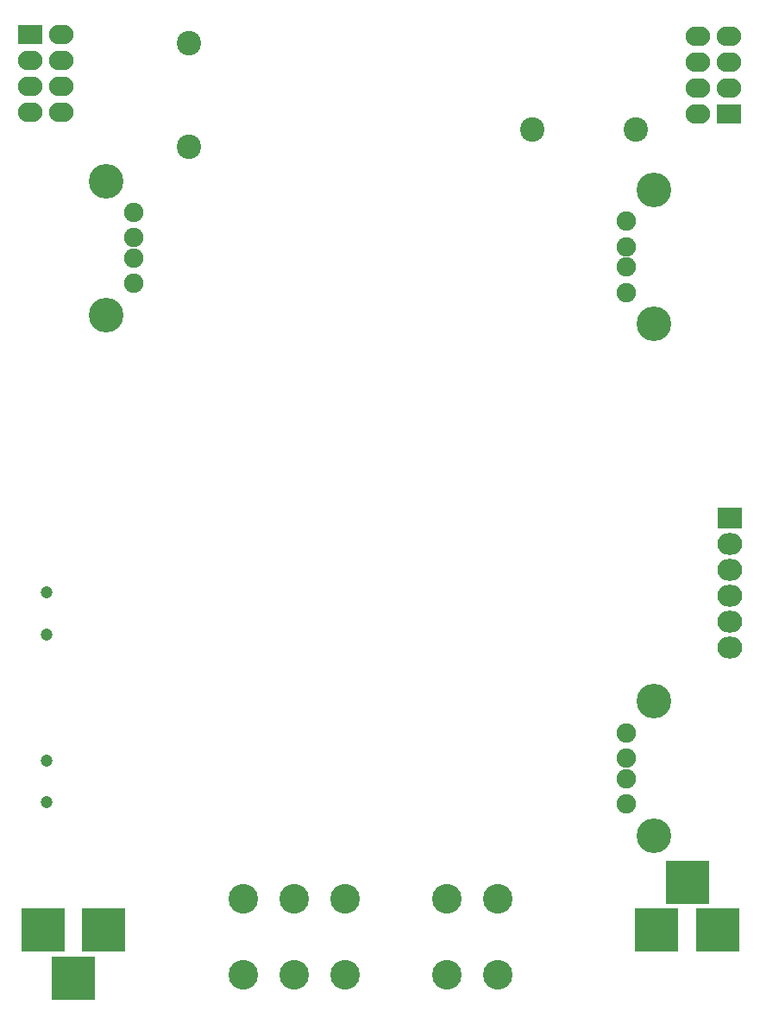
<source format=gbs>
G04 #@! TF.FileFunction,Soldermask,Bot*
%FSLAX46Y46*%
G04 Gerber Fmt 4.6, Leading zero omitted, Abs format (unit mm)*
G04 Created by KiCad (PCBNEW 4.0.2-stable) date Friday, 14 October 2016 'pmt' 13:51:35*
%MOMM*%
G01*
G04 APERTURE LIST*
%ADD10C,0.100000*%
%ADD11C,2.900000*%
%ADD12C,3.399740*%
%ADD13C,1.901140*%
%ADD14O,2.400000X1.900000*%
%ADD15R,2.400000X1.900000*%
%ADD16R,4.200000X4.200000*%
%ADD17C,1.197560*%
%ADD18C,2.398980*%
%ADD19R,2.432000X2.127200*%
%ADD20O,2.432000X2.127200*%
G04 APERTURE END LIST*
D10*
D11*
X167529520Y-131150480D03*
X152529520Y-131150480D03*
X147529520Y-131150480D03*
X142529520Y-131150480D03*
X142529520Y-138600480D03*
X147529520Y-138600480D03*
X152529520Y-138600480D03*
X167519520Y-138660480D03*
X162529520Y-131150480D03*
X162529520Y-138600480D03*
D12*
X182865380Y-74796460D03*
X182865380Y-61654500D03*
D13*
X180155200Y-71725600D03*
X180155200Y-69226240D03*
X180155200Y-67224720D03*
X180155200Y-64725360D03*
D12*
X129029140Y-60779020D03*
X129029140Y-73920980D03*
D13*
X131739320Y-63849880D03*
X131739320Y-66349240D03*
X131739320Y-68350760D03*
X131739320Y-70850120D03*
D14*
X187164520Y-46635480D03*
X190204520Y-46635480D03*
D15*
X190204520Y-54255480D03*
D14*
X187164520Y-54255480D03*
X190204520Y-51715480D03*
X187164520Y-51715480D03*
X190204520Y-49175480D03*
X187164520Y-49175480D03*
X124670000Y-54010000D03*
X121630000Y-54010000D03*
D15*
X121630000Y-46390000D03*
D14*
X124670000Y-46390000D03*
X121630000Y-48930000D03*
X124670000Y-48930000D03*
X121630000Y-51470000D03*
X124670000Y-51470000D03*
D16*
X183119380Y-134265480D03*
X189118860Y-134265480D03*
X186119120Y-129566480D03*
D12*
X182865380Y-124961460D03*
X182865380Y-111819500D03*
D13*
X180155200Y-121890600D03*
X180155200Y-119391240D03*
X180155200Y-117389720D03*
X180155200Y-114890360D03*
D17*
X123189520Y-121710480D03*
X123189520Y-117610480D03*
D16*
X128844660Y-134265480D03*
X122845180Y-134265480D03*
X125844920Y-138964480D03*
D17*
X123249520Y-105250480D03*
X123249520Y-101150480D03*
D18*
X137160000Y-57404000D03*
X137160000Y-47244000D03*
X181051200Y-55778400D03*
X170891200Y-55778400D03*
D19*
X190246000Y-93878400D03*
D20*
X190246000Y-96418400D03*
X190246000Y-98958400D03*
X190246000Y-101498400D03*
X190246000Y-104038400D03*
X190246000Y-106578400D03*
M02*

</source>
